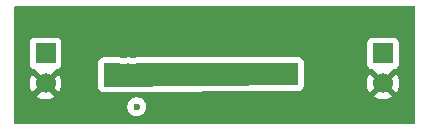
<source format=gbl>
G04 #@! TF.GenerationSoftware,KiCad,Pcbnew,9.0.2-9.0.2-0~ubuntu24.04.1*
G04 #@! TF.CreationDate,2025-07-09T15:12:52+10:00*
G04 #@! TF.ProjectId,TPS54202SwitchingPSU,54505335-3432-4303-9253-776974636869,rev?*
G04 #@! TF.SameCoordinates,Original*
G04 #@! TF.FileFunction,Copper,L2,Bot*
G04 #@! TF.FilePolarity,Positive*
%FSLAX46Y46*%
G04 Gerber Fmt 4.6, Leading zero omitted, Abs format (unit mm)*
G04 Created by KiCad (PCBNEW 9.0.2-9.0.2-0~ubuntu24.04.1) date 2025-07-09 15:12:52*
%MOMM*%
%LPD*%
G01*
G04 APERTURE LIST*
G04 #@! TA.AperFunction,ComponentPad*
%ADD10R,1.700000X1.700000*%
G04 #@! TD*
G04 #@! TA.AperFunction,ComponentPad*
%ADD11C,1.700000*%
G04 #@! TD*
G04 #@! TA.AperFunction,ViaPad*
%ADD12C,0.600000*%
G04 #@! TD*
G04 APERTURE END LIST*
D10*
X115189000Y-87503000D03*
D11*
X115189000Y-90043000D03*
D10*
X143764000Y-87503000D03*
D11*
X143764000Y-90043000D03*
D12*
X120500000Y-88700000D03*
X120500000Y-89900000D03*
X133000000Y-89300000D03*
X135600000Y-89300000D03*
X134400000Y-89300000D03*
X122900000Y-92000000D03*
X129900000Y-91500000D03*
X122600000Y-87600000D03*
X119100000Y-89400000D03*
X121804000Y-87600000D03*
X139700000Y-92100000D03*
X139700000Y-92800000D03*
X120500000Y-89300000D03*
G04 #@! TA.AperFunction,Conductor*
G36*
X146442539Y-83520185D02*
G01*
X146488294Y-83572989D01*
X146499500Y-83624500D01*
X146499500Y-93375500D01*
X146479815Y-93442539D01*
X146427011Y-93488294D01*
X146375500Y-93499500D01*
X112624500Y-93499500D01*
X112557461Y-93479815D01*
X112511706Y-93427011D01*
X112500500Y-93375500D01*
X112500500Y-91921153D01*
X122099500Y-91921153D01*
X122099500Y-92078846D01*
X122130261Y-92233489D01*
X122130264Y-92233501D01*
X122190602Y-92379172D01*
X122190609Y-92379185D01*
X122278210Y-92510288D01*
X122278213Y-92510292D01*
X122389707Y-92621786D01*
X122389711Y-92621789D01*
X122520814Y-92709390D01*
X122520827Y-92709397D01*
X122666498Y-92769735D01*
X122666503Y-92769737D01*
X122821153Y-92800499D01*
X122821156Y-92800500D01*
X122821158Y-92800500D01*
X122978844Y-92800500D01*
X122978845Y-92800499D01*
X123133497Y-92769737D01*
X123279179Y-92709394D01*
X123410289Y-92621789D01*
X123521789Y-92510289D01*
X123609394Y-92379179D01*
X123669737Y-92233497D01*
X123700500Y-92078842D01*
X123700500Y-91921158D01*
X123700500Y-91921155D01*
X123700499Y-91921153D01*
X123669738Y-91766510D01*
X123669737Y-91766503D01*
X123669735Y-91766498D01*
X123609397Y-91620827D01*
X123609390Y-91620814D01*
X123521789Y-91489711D01*
X123521786Y-91489707D01*
X123410292Y-91378213D01*
X123410288Y-91378210D01*
X123279185Y-91290609D01*
X123279172Y-91290602D01*
X123133495Y-91230262D01*
X122978845Y-91199500D01*
X122978842Y-91199500D01*
X122821158Y-91199500D01*
X122821155Y-91199500D01*
X122666510Y-91230261D01*
X122666498Y-91230264D01*
X122520827Y-91290602D01*
X122520814Y-91290609D01*
X122389711Y-91378210D01*
X122389707Y-91378213D01*
X122278213Y-91489707D01*
X122278210Y-91489711D01*
X122190609Y-91620814D01*
X122190602Y-91620827D01*
X122130264Y-91766498D01*
X122130261Y-91766510D01*
X122099500Y-91921153D01*
X112500500Y-91921153D01*
X112500500Y-86605135D01*
X113838500Y-86605135D01*
X113838500Y-88400870D01*
X113838501Y-88400876D01*
X113844908Y-88460483D01*
X113895202Y-88595328D01*
X113895206Y-88595335D01*
X113981452Y-88710544D01*
X113981455Y-88710547D01*
X114096664Y-88796793D01*
X114096671Y-88796797D01*
X114141618Y-88813561D01*
X114231517Y-88847091D01*
X114291127Y-88853500D01*
X114301685Y-88853499D01*
X114368723Y-88873179D01*
X114389372Y-88889818D01*
X115059591Y-89560037D01*
X114996007Y-89577075D01*
X114881993Y-89642901D01*
X114788901Y-89735993D01*
X114723075Y-89850007D01*
X114706037Y-89913591D01*
X114073728Y-89281282D01*
X114073727Y-89281282D01*
X114034380Y-89335439D01*
X113937904Y-89524782D01*
X113872242Y-89726869D01*
X113872242Y-89726872D01*
X113839000Y-89936753D01*
X113839000Y-90149246D01*
X113872242Y-90359127D01*
X113872242Y-90359130D01*
X113937904Y-90561217D01*
X114034375Y-90750550D01*
X114073728Y-90804716D01*
X114706037Y-90172408D01*
X114723075Y-90235993D01*
X114788901Y-90350007D01*
X114881993Y-90443099D01*
X114996007Y-90508925D01*
X115059590Y-90525962D01*
X114427282Y-91158269D01*
X114427282Y-91158270D01*
X114481449Y-91197624D01*
X114670782Y-91294095D01*
X114872870Y-91359757D01*
X115082754Y-91393000D01*
X115295246Y-91393000D01*
X115505127Y-91359757D01*
X115505130Y-91359757D01*
X115707217Y-91294095D01*
X115896554Y-91197622D01*
X115950716Y-91158270D01*
X115950717Y-91158270D01*
X115318408Y-90525962D01*
X115381993Y-90508925D01*
X115496007Y-90443099D01*
X115589099Y-90350007D01*
X115654925Y-90235993D01*
X115671962Y-90172409D01*
X116304270Y-90804717D01*
X116304270Y-90804716D01*
X116343622Y-90750554D01*
X116440095Y-90561217D01*
X116505757Y-90359130D01*
X116505757Y-90359127D01*
X116539000Y-90149246D01*
X116539000Y-89936753D01*
X116505757Y-89726872D01*
X116505757Y-89726869D01*
X116440095Y-89524782D01*
X116343624Y-89335449D01*
X116304270Y-89281282D01*
X116304269Y-89281282D01*
X115671962Y-89913590D01*
X115654925Y-89850007D01*
X115589099Y-89735993D01*
X115496007Y-89642901D01*
X115381993Y-89577075D01*
X115318409Y-89560037D01*
X115988627Y-88889818D01*
X116049950Y-88856333D01*
X116076307Y-88853499D01*
X116086872Y-88853499D01*
X116146483Y-88847091D01*
X116281331Y-88796796D01*
X116396546Y-88710546D01*
X116482796Y-88595331D01*
X116533091Y-88460483D01*
X116537013Y-88424001D01*
X119594500Y-88424001D01*
X119594500Y-90175163D01*
X119606415Y-90284272D01*
X119606416Y-90284275D01*
X119617970Y-90336542D01*
X119653154Y-90440503D01*
X119731685Y-90560916D01*
X119731753Y-90561021D01*
X119731756Y-90561025D01*
X119774692Y-90609909D01*
X119776091Y-90611631D01*
X119777856Y-90613513D01*
X119887230Y-90707008D01*
X119967913Y-90743201D01*
X120018506Y-90765897D01*
X120085676Y-90785131D01*
X120228225Y-90804651D01*
X136480225Y-90695577D01*
X136585943Y-90683672D01*
X136636622Y-90672469D01*
X136737504Y-90638704D01*
X136858075Y-90561217D01*
X136858537Y-90560920D01*
X136858537Y-90560919D01*
X136858543Y-90560916D01*
X136911347Y-90515161D01*
X137005567Y-90406427D01*
X137065338Y-90275550D01*
X137085023Y-90208511D01*
X137085024Y-90208507D01*
X137105500Y-90066091D01*
X137105500Y-88424000D01*
X137093947Y-88316544D01*
X137082741Y-88265033D01*
X137082637Y-88264722D01*
X137048616Y-88162502D01*
X137048613Y-88162496D01*
X136970828Y-88041462D01*
X136970825Y-88041457D01*
X136970820Y-88041451D01*
X136925076Y-87988659D01*
X136925072Y-87988656D01*
X136925070Y-87988653D01*
X136816336Y-87894433D01*
X136816333Y-87894431D01*
X136816331Y-87894430D01*
X136685465Y-87834664D01*
X136685460Y-87834662D01*
X136685459Y-87834662D01*
X136622987Y-87816318D01*
X136618417Y-87814976D01*
X136543556Y-87804213D01*
X136476000Y-87794500D01*
X123026524Y-87794500D01*
X123004977Y-87796622D01*
X122927907Y-87804212D01*
X122892879Y-87811180D01*
X122880452Y-87813652D01*
X122880449Y-87813652D01*
X122880436Y-87813656D01*
X122785644Y-87842411D01*
X122785630Y-87842416D01*
X122697330Y-87878990D01*
X122674074Y-87886044D01*
X122674071Y-87886045D01*
X122641033Y-87892617D01*
X122616841Y-87895000D01*
X122583159Y-87895000D01*
X122558969Y-87892617D01*
X122525924Y-87886044D01*
X122502665Y-87878988D01*
X122442911Y-87854237D01*
X122442901Y-87854233D01*
X122442895Y-87854231D01*
X122442893Y-87854230D01*
X122432630Y-87850609D01*
X122391866Y-87836228D01*
X122391860Y-87836226D01*
X122366439Y-87828761D01*
X122313778Y-87816318D01*
X122313774Y-87816317D01*
X122205933Y-87812464D01*
X122169987Y-87811180D01*
X122169986Y-87811180D01*
X122100518Y-87818648D01*
X122100515Y-87818648D01*
X122100510Y-87818649D01*
X122100507Y-87818649D01*
X121961106Y-87854230D01*
X121961092Y-87854234D01*
X121901332Y-87878988D01*
X121878077Y-87886043D01*
X121878074Y-87886044D01*
X121861234Y-87889393D01*
X121845031Y-87892617D01*
X121820839Y-87895000D01*
X121787161Y-87895000D01*
X121762969Y-87892617D01*
X121740761Y-87888199D01*
X121729922Y-87886043D01*
X121706667Y-87878988D01*
X121640018Y-87851383D01*
X121618371Y-87842417D01*
X121618364Y-87842415D01*
X121618354Y-87842411D01*
X121523563Y-87813656D01*
X121523554Y-87813653D01*
X121523548Y-87813652D01*
X121500462Y-87809060D01*
X121476092Y-87804212D01*
X121401664Y-87796882D01*
X121377476Y-87794500D01*
X120224000Y-87794500D01*
X120223991Y-87794500D01*
X120223990Y-87794501D01*
X120116549Y-87806052D01*
X120116537Y-87806054D01*
X120065027Y-87817260D01*
X119962502Y-87851383D01*
X119962496Y-87851386D01*
X119841462Y-87929171D01*
X119841451Y-87929179D01*
X119788659Y-87974923D01*
X119694433Y-88083664D01*
X119694430Y-88083668D01*
X119634664Y-88214534D01*
X119614976Y-88281582D01*
X119609949Y-88316549D01*
X119594502Y-88423990D01*
X119594500Y-88424001D01*
X116537013Y-88424001D01*
X116539500Y-88400873D01*
X116539499Y-86605135D01*
X142413500Y-86605135D01*
X142413500Y-88400870D01*
X142413501Y-88400876D01*
X142419908Y-88460483D01*
X142470202Y-88595328D01*
X142470206Y-88595335D01*
X142556452Y-88710544D01*
X142556455Y-88710547D01*
X142671664Y-88796793D01*
X142671671Y-88796797D01*
X142716618Y-88813561D01*
X142806517Y-88847091D01*
X142866127Y-88853500D01*
X142876685Y-88853499D01*
X142943723Y-88873179D01*
X142964372Y-88889818D01*
X143634591Y-89560037D01*
X143571007Y-89577075D01*
X143456993Y-89642901D01*
X143363901Y-89735993D01*
X143298075Y-89850007D01*
X143281037Y-89913590D01*
X142648728Y-89281282D01*
X142648727Y-89281282D01*
X142609380Y-89335439D01*
X142512904Y-89524782D01*
X142447242Y-89726869D01*
X142447242Y-89726872D01*
X142414000Y-89936753D01*
X142414000Y-90149246D01*
X142447242Y-90359127D01*
X142447242Y-90359130D01*
X142512904Y-90561217D01*
X142609375Y-90750550D01*
X142648728Y-90804716D01*
X143281037Y-90172408D01*
X143298075Y-90235993D01*
X143363901Y-90350007D01*
X143456993Y-90443099D01*
X143571007Y-90508925D01*
X143634590Y-90525962D01*
X143002282Y-91158269D01*
X143002282Y-91158270D01*
X143056449Y-91197624D01*
X143245782Y-91294095D01*
X143447870Y-91359757D01*
X143657754Y-91393000D01*
X143870246Y-91393000D01*
X144080127Y-91359757D01*
X144080130Y-91359757D01*
X144282217Y-91294095D01*
X144471554Y-91197622D01*
X144525716Y-91158270D01*
X144525717Y-91158270D01*
X143893408Y-90525962D01*
X143956993Y-90508925D01*
X144071007Y-90443099D01*
X144164099Y-90350007D01*
X144229925Y-90235993D01*
X144246962Y-90172408D01*
X144879270Y-90804717D01*
X144879270Y-90804716D01*
X144918622Y-90750554D01*
X145015095Y-90561217D01*
X145080757Y-90359130D01*
X145080757Y-90359127D01*
X145114000Y-90149246D01*
X145114000Y-89936753D01*
X145080757Y-89726872D01*
X145080757Y-89726869D01*
X145015095Y-89524782D01*
X144918624Y-89335449D01*
X144879270Y-89281282D01*
X144879269Y-89281282D01*
X144246962Y-89913590D01*
X144229925Y-89850007D01*
X144164099Y-89735993D01*
X144071007Y-89642901D01*
X143956993Y-89577075D01*
X143893409Y-89560037D01*
X144563627Y-88889818D01*
X144624950Y-88856333D01*
X144651307Y-88853499D01*
X144661872Y-88853499D01*
X144721483Y-88847091D01*
X144856331Y-88796796D01*
X144971546Y-88710546D01*
X145057796Y-88595331D01*
X145108091Y-88460483D01*
X145114500Y-88400873D01*
X145114499Y-86605128D01*
X145108091Y-86545517D01*
X145057796Y-86410669D01*
X145057795Y-86410668D01*
X145057793Y-86410664D01*
X144971547Y-86295455D01*
X144971544Y-86295452D01*
X144856335Y-86209206D01*
X144856328Y-86209202D01*
X144721482Y-86158908D01*
X144721483Y-86158908D01*
X144661883Y-86152501D01*
X144661881Y-86152500D01*
X144661873Y-86152500D01*
X144661864Y-86152500D01*
X142866129Y-86152500D01*
X142866123Y-86152501D01*
X142806516Y-86158908D01*
X142671671Y-86209202D01*
X142671664Y-86209206D01*
X142556455Y-86295452D01*
X142556452Y-86295455D01*
X142470206Y-86410664D01*
X142470202Y-86410671D01*
X142419908Y-86545517D01*
X142413501Y-86605116D01*
X142413501Y-86605123D01*
X142413500Y-86605135D01*
X116539499Y-86605135D01*
X116539499Y-86605128D01*
X116533091Y-86545517D01*
X116482796Y-86410669D01*
X116482795Y-86410668D01*
X116482793Y-86410664D01*
X116396547Y-86295455D01*
X116396544Y-86295452D01*
X116281335Y-86209206D01*
X116281328Y-86209202D01*
X116146482Y-86158908D01*
X116146483Y-86158908D01*
X116086883Y-86152501D01*
X116086881Y-86152500D01*
X116086873Y-86152500D01*
X116086864Y-86152500D01*
X114291129Y-86152500D01*
X114291123Y-86152501D01*
X114231516Y-86158908D01*
X114096671Y-86209202D01*
X114096664Y-86209206D01*
X113981455Y-86295452D01*
X113981452Y-86295455D01*
X113895206Y-86410664D01*
X113895202Y-86410671D01*
X113844908Y-86545517D01*
X113838501Y-86605116D01*
X113838501Y-86605123D01*
X113838500Y-86605135D01*
X112500500Y-86605135D01*
X112500500Y-83624500D01*
X112520185Y-83557461D01*
X112572989Y-83511706D01*
X112624500Y-83500500D01*
X146375500Y-83500500D01*
X146442539Y-83520185D01*
G37*
G04 #@! TD.AperFunction*
G04 #@! TA.AperFunction,Conductor*
G36*
X121424928Y-88309439D02*
G01*
X121570498Y-88369735D01*
X121570503Y-88369737D01*
X121725153Y-88400499D01*
X121725156Y-88400500D01*
X121725158Y-88400500D01*
X121882844Y-88400500D01*
X121882845Y-88400499D01*
X122037497Y-88369737D01*
X122154549Y-88321252D01*
X122224017Y-88313784D01*
X122249447Y-88321251D01*
X122366503Y-88369737D01*
X122521153Y-88400499D01*
X122521156Y-88400500D01*
X122521158Y-88400500D01*
X122678844Y-88400500D01*
X122678845Y-88400499D01*
X122833497Y-88369737D01*
X122882348Y-88349502D01*
X122979072Y-88309439D01*
X123026524Y-88300000D01*
X136476000Y-88300000D01*
X136543039Y-88319685D01*
X136588794Y-88372489D01*
X136600000Y-88424000D01*
X136600000Y-90066091D01*
X136580315Y-90133130D01*
X136527511Y-90178885D01*
X136476832Y-90190088D01*
X120224832Y-90299162D01*
X120157662Y-90279928D01*
X120111554Y-90227432D01*
X120100000Y-90175165D01*
X120100000Y-88424000D01*
X120119685Y-88356961D01*
X120172489Y-88311206D01*
X120224000Y-88300000D01*
X121377476Y-88300000D01*
X121424928Y-88309439D01*
G37*
G04 #@! TD.AperFunction*
M02*

</source>
